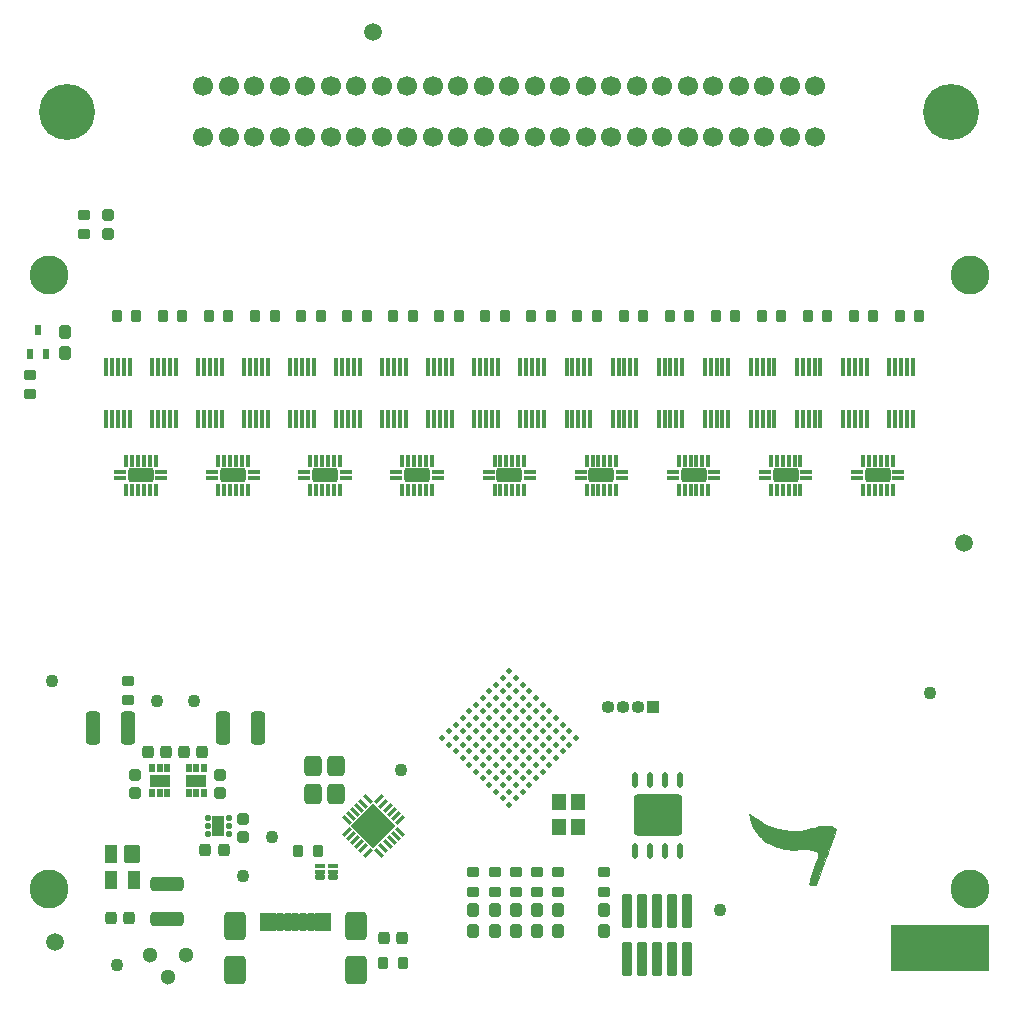
<source format=gts>
G04 #@! TF.GenerationSoftware,KiCad,Pcbnew,(6.0.6)*
G04 #@! TF.CreationDate,2022-06-27T22:23:26-04:00*
G04 #@! TF.ProjectId,squishy,73717569-7368-4792-9e6b-696361645f70,rev?*
G04 #@! TF.SameCoordinates,PX9634260PY768aae0*
G04 #@! TF.FileFunction,Soldermask,Top*
G04 #@! TF.FilePolarity,Negative*
%FSLAX46Y46*%
G04 Gerber Fmt 4.6, Leading zero omitted, Abs format (unit mm)*
G04 Created by KiCad (PCBNEW (6.0.6)) date 2022-06-27 22:23:26*
%MOMM*%
%LPD*%
G01*
G04 APERTURE LIST*
G04 Aperture macros list*
%AMRoundRect*
0 Rectangle with rounded corners*
0 $1 Rounding radius*
0 $2 $3 $4 $5 $6 $7 $8 $9 X,Y pos of 4 corners*
0 Add a 4 corners polygon primitive as box body*
4,1,4,$2,$3,$4,$5,$6,$7,$8,$9,$2,$3,0*
0 Add four circle primitives for the rounded corners*
1,1,$1+$1,$2,$3*
1,1,$1+$1,$4,$5*
1,1,$1+$1,$6,$7*
1,1,$1+$1,$8,$9*
0 Add four rect primitives between the rounded corners*
20,1,$1+$1,$2,$3,$4,$5,0*
20,1,$1+$1,$4,$5,$6,$7,0*
20,1,$1+$1,$6,$7,$8,$9,0*
20,1,$1+$1,$8,$9,$2,$3,0*%
G04 Aperture macros list end*
%ADD10C,0.100000*%
%ADD11C,0.010000*%
%ADD12RoundRect,0.300600X-0.449400X0.549400X-0.449400X-0.549400X0.449400X-0.549400X0.449400X0.549400X0*%
%ADD13RoundRect,0.150000X0.100000X-0.500000X0.100000X0.500000X-0.100000X0.500000X-0.100000X-0.500000X0*%
%ADD14RoundRect,0.301600X1.748400X-1.448400X1.748400X1.448400X-1.748400X1.448400X-1.748400X-1.448400X0*%
%ADD15C,1.700000*%
%ADD16C,4.750000*%
%ADD17RoundRect,0.268750X-0.256250X0.218750X-0.256250X-0.218750X0.256250X-0.218750X0.256250X0.218750X0*%
%ADD18RoundRect,0.250000X-0.275000X0.200000X-0.275000X-0.200000X0.275000X-0.200000X0.275000X0.200000X0*%
%ADD19RoundRect,0.101600X0.200000X-0.700000X0.200000X0.700000X-0.200000X0.700000X-0.200000X-0.700000X0*%
%ADD20RoundRect,0.101600X0.600000X-0.700000X0.600000X0.700000X-0.600000X0.700000X-0.600000X-0.700000X0*%
%ADD21RoundRect,0.300000X-0.600000X-0.900000X0.600000X-0.900000X0.600000X0.900000X-0.600000X0.900000X0*%
%ADD22RoundRect,0.250000X0.200000X0.275000X-0.200000X0.275000X-0.200000X-0.275000X0.200000X-0.275000X0*%
%ADD23RoundRect,0.268750X0.218750X0.256250X-0.218750X0.256250X-0.218750X-0.256250X0.218750X-0.256250X0*%
%ADD24RoundRect,0.143750X0.093750X0.106250X-0.093750X0.106250X-0.093750X-0.106250X0.093750X-0.106250X0*%
%ADD25RoundRect,0.050000X0.500000X0.800000X-0.500000X0.800000X-0.500000X-0.800000X0.500000X-0.800000X0*%
%ADD26RoundRect,0.112500X-0.203293X-0.291682X0.291682X0.203293X0.203293X0.291682X-0.291682X-0.203293X0*%
%ADD27RoundRect,0.112500X0.203293X-0.291682X0.291682X-0.203293X-0.203293X0.291682X-0.291682X0.203293X0*%
%ADD28RoundRect,0.050000X0.000000X-1.838478X1.838478X0.000000X0.000000X1.838478X-1.838478X0.000000X0*%
%ADD29RoundRect,0.275000X-0.250000X0.225000X-0.250000X-0.225000X0.250000X-0.225000X0.250000X0.225000X0*%
%ADD30RoundRect,0.275000X0.225000X0.250000X-0.225000X0.250000X-0.225000X-0.250000X0.225000X-0.250000X0*%
%ADD31RoundRect,0.050000X-0.175000X0.325000X-0.175000X-0.325000X0.175000X-0.325000X0.175000X0.325000X0*%
%ADD32RoundRect,0.050000X-0.800000X0.500000X-0.800000X-0.500000X0.800000X-0.500000X0.800000X0.500000X0*%
%ADD33RoundRect,0.275000X-0.225000X-0.250000X0.225000X-0.250000X0.225000X0.250000X-0.225000X0.250000X0*%
%ADD34C,0.500000*%
%ADD35RoundRect,0.250000X-0.200000X-0.275000X0.200000X-0.275000X0.200000X0.275000X-0.200000X0.275000X0*%
%ADD36RoundRect,0.050000X-0.370000X-1.395000X0.370000X-1.395000X0.370000X1.395000X-0.370000X1.395000X0*%
%ADD37RoundRect,0.050000X0.550000X-0.650000X0.550000X0.650000X-0.550000X0.650000X-0.550000X-0.650000X0*%
%ADD38RoundRect,0.287500X0.237500X-0.287500X0.237500X0.287500X-0.237500X0.287500X-0.237500X-0.287500X0*%
%ADD39C,1.100000*%
%ADD40C,1.500000*%
%ADD41RoundRect,0.125000X0.425000X-0.075000X0.425000X0.075000X-0.425000X0.075000X-0.425000X-0.075000X0*%
%ADD42RoundRect,0.125000X0.075000X0.425000X-0.075000X0.425000X-0.075000X-0.425000X0.075000X-0.425000X0*%
%ADD43RoundRect,0.125000X-0.425000X0.075000X-0.425000X-0.075000X0.425000X-0.075000X0.425000X0.075000X0*%
%ADD44RoundRect,0.125000X-0.075000X-0.425000X0.075000X-0.425000X0.075000X0.425000X-0.075000X0.425000X0*%
%ADD45RoundRect,0.250200X-0.849800X-0.349800X0.849800X-0.349800X0.849800X0.349800X-0.849800X0.349800X0*%
%ADD46RoundRect,0.300000X-1.100000X0.325000X-1.100000X-0.325000X1.100000X-0.325000X1.100000X0.325000X0*%
%ADD47RoundRect,0.299550X-1.100450X0.325450X-1.100450X-0.325450X1.100450X-0.325450X1.100450X0.325450X0*%
%ADD48RoundRect,0.125000X0.075000X-0.650000X0.075000X0.650000X-0.075000X0.650000X-0.075000X-0.650000X0*%
%ADD49RoundRect,0.299550X0.325450X1.100450X-0.325450X1.100450X-0.325450X-1.100450X0.325450X-1.100450X0*%
%ADD50RoundRect,0.300000X0.325000X1.100000X-0.325000X1.100000X-0.325000X-1.100000X0.325000X-1.100000X0*%
%ADD51RoundRect,0.250000X0.275000X-0.200000X0.275000X0.200000X-0.275000X0.200000X-0.275000X-0.200000X0*%
%ADD52RoundRect,0.112500X-0.337500X0.062500X-0.337500X-0.062500X0.337500X-0.062500X0.337500X0.062500X0*%
%ADD53RoundRect,0.137500X-0.312500X0.087500X-0.312500X-0.087500X0.312500X-0.087500X0.312500X0.087500X0*%
%ADD54RoundRect,0.287500X-0.237500X0.287500X-0.237500X-0.287500X0.237500X-0.287500X0.237500X0.287500X0*%
%ADD55RoundRect,0.050000X0.600000X0.700000X-0.600000X0.700000X-0.600000X-0.700000X0.600000X-0.700000X0*%
%ADD56RoundRect,0.050000X0.500000X0.700000X-0.500000X0.700000X-0.500000X-0.700000X0.500000X-0.700000X0*%
%ADD57C,3.300000*%
%ADD58RoundRect,0.050000X-0.225000X-0.350000X0.225000X-0.350000X0.225000X0.350000X-0.225000X0.350000X0*%
%ADD59C,1.300000*%
%ADD60RoundRect,0.299550X-0.325450X-1.100450X0.325450X-1.100450X0.325450X1.100450X-0.325450X1.100450X0*%
%ADD61RoundRect,0.300000X-0.325000X-1.100000X0.325000X-1.100000X0.325000X1.100000X-0.325000X1.100000X0*%
%ADD62RoundRect,0.050000X-0.500000X0.500000X-0.500000X-0.500000X0.500000X-0.500000X0.500000X0.500000X0*%
%ADD63O,1.100000X1.100000*%
G04 APERTURE END LIST*
D10*
G36*
X83000000Y1600000D02*
G01*
X74800000Y1600000D01*
X74800000Y5400000D01*
X83000000Y5400000D01*
X83000000Y1600000D01*
G37*
X83000000Y1600000D02*
X74800000Y1600000D01*
X74800000Y5400000D01*
X83000000Y5400000D01*
X83000000Y1600000D01*
G04 #@! TO.C,J1*
G36*
X22700000Y4950000D02*
G01*
X21400000Y4950000D01*
X21400000Y6450000D01*
X22700000Y6450000D01*
X22700000Y4950000D01*
G37*
G36*
X25950000Y4950000D02*
G01*
X25450000Y4950000D01*
X25450000Y6450000D01*
X25950000Y6450000D01*
X25950000Y4950000D01*
G37*
G36*
X27400000Y4950000D02*
G01*
X26100000Y4950000D01*
X26100000Y6450000D01*
X27400000Y6450000D01*
X27400000Y4950000D01*
G37*
G36*
X23350000Y4950000D02*
G01*
X22850000Y4950000D01*
X22850000Y6450000D01*
X23350000Y6450000D01*
X23350000Y4950000D01*
G37*
G36*
X25300000Y4950000D02*
G01*
X24800000Y4950000D01*
X24800000Y6450000D01*
X25300000Y6450000D01*
X25300000Y4950000D01*
G37*
G36*
X24000000Y4950000D02*
G01*
X23500000Y4950000D01*
X23500000Y6450000D01*
X24000000Y6450000D01*
X24000000Y4950000D01*
G37*
G36*
X24650000Y4950000D02*
G01*
X24150000Y4950000D01*
X24150000Y6450000D01*
X24650000Y6450000D01*
X24650000Y4950000D01*
G37*
G04 #@! TO.C,G2*
G36*
X62972477Y14740526D02*
G01*
X63269750Y14518330D01*
X63604748Y14292486D01*
X63944999Y14083868D01*
X64258029Y13913348D01*
X64263795Y13910467D01*
X64758118Y13689294D01*
X65235555Y13531728D01*
X65721214Y13431966D01*
X66240204Y13384203D01*
X66567222Y13378043D01*
X66911109Y13385337D01*
X67212919Y13407281D01*
X67499228Y13448171D01*
X67796610Y13512301D01*
X68131641Y13603965D01*
X68322130Y13661635D01*
X68569746Y13735654D01*
X68762749Y13785320D01*
X68926083Y13815250D01*
X69084692Y13830059D01*
X69255389Y13834334D01*
X69470417Y13830043D01*
X69634476Y13811439D01*
X69780790Y13773167D01*
X69889809Y13732066D01*
X70022437Y13669192D01*
X70118408Y13607672D01*
X70154962Y13564665D01*
X70143043Y13514282D01*
X70104587Y13391581D01*
X70042100Y13203776D01*
X69958087Y12958078D01*
X69855052Y12661701D01*
X69735502Y12321857D01*
X69601940Y11945759D01*
X69456873Y11540619D01*
X69324230Y11172834D01*
X68481766Y8844500D01*
X68254744Y8837916D01*
X68111586Y8837815D01*
X67995204Y8844793D01*
X67953639Y8851603D01*
X67890780Y8894351D01*
X67879555Y8925954D01*
X67892636Y8978108D01*
X67929699Y9100299D01*
X67987475Y9282403D01*
X68062696Y9514294D01*
X68152093Y9785850D01*
X68252397Y10086945D01*
X68303915Y10240348D01*
X68426419Y10600966D01*
X68524245Y10889498D01*
X68596615Y11115081D01*
X68642753Y11286852D01*
X68661883Y11413949D01*
X68653228Y11505508D01*
X68616012Y11570666D01*
X68549457Y11618560D01*
X68452788Y11658328D01*
X68325228Y11699106D01*
X68175889Y11746714D01*
X67984731Y11808548D01*
X67844304Y11845461D01*
X67725697Y11861266D01*
X67600000Y11859778D01*
X67438301Y11844813D01*
X67435055Y11844462D01*
X67264995Y11831102D01*
X67037389Y11820268D01*
X66779342Y11812916D01*
X66517960Y11810006D01*
X66461389Y11810061D01*
X66091318Y11819572D01*
X65778326Y11849017D01*
X65496036Y11904049D01*
X65218074Y11990322D01*
X64918064Y12113490D01*
X64806126Y12164882D01*
X64428194Y12362122D01*
X64104862Y12578980D01*
X63806085Y12836941D01*
X63659890Y12984493D01*
X63437285Y13251201D01*
X63236197Y13553616D01*
X63067010Y13871428D01*
X62940107Y14184330D01*
X62865871Y14472015D01*
X62854561Y14559500D01*
X62827899Y14855834D01*
X62972477Y14740526D01*
G37*
D11*
X62972477Y14740526D02*
X63269750Y14518330D01*
X63604748Y14292486D01*
X63944999Y14083868D01*
X64258029Y13913348D01*
X64263795Y13910467D01*
X64758118Y13689294D01*
X65235555Y13531728D01*
X65721214Y13431966D01*
X66240204Y13384203D01*
X66567222Y13378043D01*
X66911109Y13385337D01*
X67212919Y13407281D01*
X67499228Y13448171D01*
X67796610Y13512301D01*
X68131641Y13603965D01*
X68322130Y13661635D01*
X68569746Y13735654D01*
X68762749Y13785320D01*
X68926083Y13815250D01*
X69084692Y13830059D01*
X69255389Y13834334D01*
X69470417Y13830043D01*
X69634476Y13811439D01*
X69780790Y13773167D01*
X69889809Y13732066D01*
X70022437Y13669192D01*
X70118408Y13607672D01*
X70154962Y13564665D01*
X70143043Y13514282D01*
X70104587Y13391581D01*
X70042100Y13203776D01*
X69958087Y12958078D01*
X69855052Y12661701D01*
X69735502Y12321857D01*
X69601940Y11945759D01*
X69456873Y11540619D01*
X69324230Y11172834D01*
X68481766Y8844500D01*
X68254744Y8837916D01*
X68111586Y8837815D01*
X67995204Y8844793D01*
X67953639Y8851603D01*
X67890780Y8894351D01*
X67879555Y8925954D01*
X67892636Y8978108D01*
X67929699Y9100299D01*
X67987475Y9282403D01*
X68062696Y9514294D01*
X68152093Y9785850D01*
X68252397Y10086945D01*
X68303915Y10240348D01*
X68426419Y10600966D01*
X68524245Y10889498D01*
X68596615Y11115081D01*
X68642753Y11286852D01*
X68661883Y11413949D01*
X68653228Y11505508D01*
X68616012Y11570666D01*
X68549457Y11618560D01*
X68452788Y11658328D01*
X68325228Y11699106D01*
X68175889Y11746714D01*
X67984731Y11808548D01*
X67844304Y11845461D01*
X67725697Y11861266D01*
X67600000Y11859778D01*
X67438301Y11844813D01*
X67435055Y11844462D01*
X67264995Y11831102D01*
X67037389Y11820268D01*
X66779342Y11812916D01*
X66517960Y11810006D01*
X66461389Y11810061D01*
X66091318Y11819572D01*
X65778326Y11849017D01*
X65496036Y11904049D01*
X65218074Y11990322D01*
X64918064Y12113490D01*
X64806126Y12164882D01*
X64428194Y12362122D01*
X64104862Y12578980D01*
X63806085Y12836941D01*
X63659890Y12984493D01*
X63437285Y13251201D01*
X63236197Y13553616D01*
X63067010Y13871428D01*
X62940107Y14184330D01*
X62865871Y14472015D01*
X62854561Y14559500D01*
X62827899Y14855834D01*
X62972477Y14740526D01*
G04 #@! TD*
D12*
G04 #@! TO.C,X1*
X25900000Y18900000D03*
X25900000Y16500000D03*
X27800000Y16500000D03*
X27800000Y18900000D03*
G04 #@! TD*
D13*
G04 #@! TO.C,U26*
X53145000Y11700000D03*
X54415000Y11700000D03*
X55685000Y11700000D03*
X56955000Y11700000D03*
X56955000Y17700000D03*
X55685000Y17700000D03*
X54415000Y17700000D03*
X53145000Y17700000D03*
D14*
X55050000Y14700000D03*
G04 #@! TD*
D15*
G04 #@! TO.C,J2*
X68420000Y72155000D03*
X66260000Y72155000D03*
X64100000Y72155000D03*
X61940000Y72155000D03*
X59780000Y72155000D03*
X57620000Y72155000D03*
X55460000Y72155000D03*
X53300000Y72155000D03*
X51140000Y72155000D03*
X48980000Y72155000D03*
X46820000Y72155000D03*
X44660000Y72155000D03*
X42500000Y72155000D03*
X40340000Y72155000D03*
X38180000Y72155000D03*
X36020000Y72155000D03*
X33860000Y72155000D03*
X31700000Y72155000D03*
X29540000Y72155000D03*
X27380000Y72155000D03*
X25220000Y72155000D03*
X23060000Y72155000D03*
X20900000Y72155000D03*
X18740000Y72155000D03*
X16580000Y72155000D03*
X68420000Y76445000D03*
X66260000Y76445000D03*
X64100000Y76445000D03*
X61940000Y76445000D03*
X59780000Y76445000D03*
X57620000Y76445000D03*
X55460000Y76445000D03*
X53300000Y76445000D03*
X51140000Y76445000D03*
X48980000Y76445000D03*
X46820000Y76445000D03*
X44660000Y76445000D03*
X42500000Y76445000D03*
X40340000Y76445000D03*
X38180000Y76445000D03*
X36020000Y76445000D03*
X33860000Y76445000D03*
X31700000Y76445000D03*
X29540000Y76445000D03*
X27380000Y76445000D03*
X25220000Y76445000D03*
X23060000Y76445000D03*
X20900000Y76445000D03*
X18740000Y76445000D03*
X16580000Y76445000D03*
D16*
X5075000Y74300000D03*
X79925000Y74300000D03*
G04 #@! TD*
D17*
G04 #@! TO.C,C1*
X8500000Y65537500D03*
X8500000Y63962500D03*
G04 #@! TD*
D18*
G04 #@! TO.C,R2*
X6500000Y65575000D03*
X6500000Y63925000D03*
G04 #@! TD*
D19*
G04 #@! TO.C,J1*
X23100000Y5700000D03*
X23750000Y5700000D03*
X24400000Y5700000D03*
X25050000Y5700000D03*
X25700000Y5700000D03*
D20*
X22050000Y5700000D03*
X26750000Y5700000D03*
D21*
X19300000Y1600000D03*
X29500000Y1600000D03*
X19300000Y5300000D03*
X29500000Y5300000D03*
G04 #@! TD*
D22*
G04 #@! TO.C,R10*
X33475000Y2250000D03*
X31825000Y2250000D03*
G04 #@! TD*
D23*
G04 #@! TO.C,C11*
X33437500Y4350000D03*
X31862500Y4350000D03*
G04 #@! TD*
D24*
G04 #@! TO.C,U7*
X18737500Y13150000D03*
X18737500Y13800000D03*
X18737500Y14450000D03*
X16962500Y14450000D03*
X16962500Y13800000D03*
X16962500Y13150000D03*
D25*
X17850000Y13800000D03*
G04 #@! TD*
D26*
G04 #@! TO.C,U14*
X28742893Y13320621D03*
X29096447Y12967068D03*
X29450000Y12613514D03*
X29803553Y12259961D03*
X30157107Y11906408D03*
X30510660Y11552854D03*
D27*
X31482932Y11552854D03*
X31836485Y11906408D03*
X32190039Y12259961D03*
X32543592Y12613514D03*
X32897145Y12967068D03*
X33250699Y13320621D03*
D26*
X33250699Y14292893D03*
X32897145Y14646446D03*
X32543592Y15000000D03*
X32190039Y15353553D03*
X31836485Y15707106D03*
X31482932Y16060660D03*
D27*
X30510660Y16060660D03*
X30157107Y15707106D03*
X29803553Y15353553D03*
X29450000Y15000000D03*
X29096447Y14646446D03*
X28742893Y14292893D03*
D28*
X30996796Y13806757D03*
G04 #@! TD*
D29*
G04 #@! TO.C,C3*
X10850000Y18125000D03*
X10850000Y16575000D03*
G04 #@! TD*
D30*
G04 #@! TO.C,C7*
X18325000Y11800000D03*
X16775000Y11800000D03*
G04 #@! TD*
D31*
G04 #@! TO.C,U5*
X16650000Y18700000D03*
X16000000Y18700000D03*
X15350000Y18700000D03*
X15350000Y16600000D03*
X16000000Y16600000D03*
X16650000Y16600000D03*
D32*
X16000000Y17650000D03*
G04 #@! TD*
D33*
G04 #@! TO.C,C4*
X11875000Y20100000D03*
X13425000Y20100000D03*
G04 #@! TD*
D34*
G04 #@! TO.C,U19*
X36843146Y21250000D03*
X37408831Y21815685D03*
X37974517Y22381371D03*
X38540202Y22947056D03*
X39105887Y23512742D03*
X39671573Y24078427D03*
X40237258Y24644113D03*
X40802944Y25209798D03*
X41368629Y25775483D03*
X41934315Y26341169D03*
X42500000Y26906854D03*
X37408831Y20684315D03*
X37974517Y21250000D03*
X38540202Y21815685D03*
X39105887Y22381371D03*
X39671573Y22947056D03*
X40237258Y23512742D03*
X40802944Y24078427D03*
X41368629Y24644113D03*
X41934315Y25209798D03*
X42500000Y25775483D03*
X43065685Y26341169D03*
X37974517Y20118629D03*
X38540202Y20684315D03*
X39105887Y21250000D03*
X39671573Y21815685D03*
X40237258Y22381371D03*
X40802944Y22947056D03*
X41368629Y23512742D03*
X41934315Y24078427D03*
X42500000Y24644113D03*
X43065685Y25209798D03*
X43631371Y25775483D03*
X38540202Y19552944D03*
X39105887Y20118629D03*
X39671573Y20684315D03*
X40237258Y21250000D03*
X40802944Y21815685D03*
X41368629Y22381371D03*
X41934315Y22947056D03*
X42500000Y23512742D03*
X43065685Y24078427D03*
X43631371Y24644113D03*
X44197056Y25209798D03*
X39105887Y18987258D03*
X39671573Y19552944D03*
X40237258Y20118629D03*
X40802944Y20684315D03*
X41368629Y21250000D03*
X41934315Y21815685D03*
X42500000Y22381371D03*
X43065685Y22947056D03*
X43631371Y23512742D03*
X44197056Y24078427D03*
X44762742Y24644113D03*
X39671573Y18421573D03*
X40237258Y18987258D03*
X40802944Y19552944D03*
X41368629Y20118629D03*
X41934315Y20684315D03*
X42500000Y21250000D03*
X43065685Y21815685D03*
X43631371Y22381371D03*
X44197056Y22947056D03*
X44762742Y23512742D03*
X45328427Y24078427D03*
X40237258Y17855887D03*
X40802944Y18421573D03*
X41368629Y18987258D03*
X41934315Y19552944D03*
X42500000Y20118629D03*
X43065685Y20684315D03*
X43631371Y21250000D03*
X44197056Y21815685D03*
X44762742Y22381371D03*
X45328427Y22947056D03*
X45894113Y23512742D03*
X40802944Y17290202D03*
X41368629Y17855887D03*
X41934315Y18421573D03*
X42500000Y18987258D03*
X43065685Y19552944D03*
X43631371Y20118629D03*
X44197056Y20684315D03*
X44762742Y21250000D03*
X45328427Y21815685D03*
X45894113Y22381371D03*
X46459798Y22947056D03*
X41368629Y16724517D03*
X41934315Y17290202D03*
X42500000Y17855887D03*
X43065685Y18421573D03*
X43631371Y18987258D03*
X44197056Y19552944D03*
X44762742Y20118629D03*
X45328427Y20684315D03*
X45894113Y21250000D03*
X46459798Y21815685D03*
X47025483Y22381371D03*
X41934315Y16158831D03*
X42500000Y16724517D03*
X43065685Y17290202D03*
X43631371Y17855887D03*
X44197056Y18421573D03*
X44762742Y18987258D03*
X45328427Y19552944D03*
X45894113Y20118629D03*
X46459798Y20684315D03*
X47025483Y21250000D03*
X47591169Y21815685D03*
X42500000Y15593146D03*
X43065685Y16158831D03*
X43631371Y16724517D03*
X44197056Y17290202D03*
X44762742Y17855887D03*
X45328427Y18421573D03*
X45894113Y18987258D03*
X46459798Y19552944D03*
X47025483Y20118629D03*
X47591169Y20684315D03*
X48156854Y21250000D03*
G04 #@! TD*
D29*
G04 #@! TO.C,C10*
X19950000Y14425000D03*
X19950000Y12875000D03*
G04 #@! TD*
D31*
G04 #@! TO.C,U3*
X13550000Y18700000D03*
X12900000Y18700000D03*
X12250000Y18700000D03*
X12250000Y16600000D03*
X12900000Y16600000D03*
X13550000Y16600000D03*
D32*
X12900000Y17650000D03*
G04 #@! TD*
D35*
G04 #@! TO.C,R6*
X20975000Y57000000D03*
X22625000Y57000000D03*
G04 #@! TD*
D29*
G04 #@! TO.C,C8*
X18050000Y18125000D03*
X18050000Y16575000D03*
G04 #@! TD*
D33*
G04 #@! TO.C,C6*
X14975000Y20100000D03*
X16525000Y20100000D03*
G04 #@! TD*
D22*
G04 #@! TO.C,R7*
X26275000Y11700000D03*
X24625000Y11700000D03*
G04 #@! TD*
D36*
G04 #@! TO.C,J4*
X52460000Y2565000D03*
X52460000Y6635000D03*
X53730000Y2565000D03*
X53730000Y6635000D03*
X55000000Y2565000D03*
X55000000Y6635000D03*
X56270000Y2565000D03*
X56270000Y6635000D03*
X57540000Y2565000D03*
X57540000Y6635000D03*
G04 #@! TD*
D37*
G04 #@! TO.C,X2*
X48325000Y13750000D03*
X48325000Y15850000D03*
X46675000Y15850000D03*
X46675000Y13750000D03*
G04 #@! TD*
D38*
G04 #@! TO.C,D5*
X46650000Y4925000D03*
X46650000Y6675000D03*
G04 #@! TD*
D18*
G04 #@! TO.C,R13*
X39450000Y9875000D03*
X39450000Y8225000D03*
G04 #@! TD*
G04 #@! TO.C,R14*
X41250000Y9875000D03*
X41250000Y8225000D03*
G04 #@! TD*
G04 #@! TO.C,R16*
X43050000Y9875000D03*
X43050000Y8225000D03*
G04 #@! TD*
G04 #@! TO.C,R17*
X44850000Y9875000D03*
X44850000Y8225000D03*
G04 #@! TD*
G04 #@! TO.C,R19*
X46650000Y9875000D03*
X46650000Y8225000D03*
G04 #@! TD*
D38*
G04 #@! TO.C,D2*
X41250000Y4925000D03*
X41250000Y6675000D03*
G04 #@! TD*
G04 #@! TO.C,D3*
X43050000Y4925000D03*
X43050000Y6675000D03*
G04 #@! TD*
G04 #@! TO.C,D1*
X39450000Y4925000D03*
X39450000Y6675000D03*
G04 #@! TD*
G04 #@! TO.C,D4*
X44850000Y4925000D03*
X44850000Y6675000D03*
G04 #@! TD*
G04 #@! TO.C,D6*
X50500000Y4925000D03*
X50500000Y6675000D03*
G04 #@! TD*
D18*
G04 #@! TO.C,R20*
X50500000Y9875000D03*
X50500000Y8225000D03*
G04 #@! TD*
D39*
G04 #@! TO.C,TP3*
X15800000Y24400000D03*
G04 #@! TD*
G04 #@! TO.C,TP4*
X19950000Y9550000D03*
G04 #@! TD*
G04 #@! TO.C,TP1*
X12700000Y24400000D03*
G04 #@! TD*
G04 #@! TO.C,TP5*
X22450000Y12850000D03*
G04 #@! TD*
D40*
G04 #@! TO.C,FID2*
X30950000Y81000000D03*
G04 #@! TD*
G04 #@! TO.C,FID3*
X81000000Y37750000D03*
G04 #@! TD*
G04 #@! TO.C,FID1*
X4000000Y4000000D03*
G04 #@! TD*
D41*
G04 #@! TO.C,U30*
X64150000Y43250000D03*
D42*
X64650000Y42250000D03*
X65150000Y42250000D03*
X65650000Y42250000D03*
X66150000Y42250000D03*
X66650000Y42250000D03*
X67150000Y42250000D03*
D43*
X67650000Y43250000D03*
X67650000Y43750000D03*
D44*
X67150000Y44750000D03*
X66650000Y44750000D03*
X66150000Y44750000D03*
X65650000Y44750000D03*
X65150000Y44750000D03*
X64650000Y44750000D03*
D41*
X64150000Y43750000D03*
D45*
X65900000Y43500000D03*
G04 #@! TD*
D35*
G04 #@! TO.C,R4*
X13175000Y57000000D03*
X14825000Y57000000D03*
G04 #@! TD*
G04 #@! TO.C,R5*
X17075000Y57000000D03*
X18725000Y57000000D03*
G04 #@! TD*
D46*
G04 #@! TO.C,C5*
X13550000Y8925000D03*
D47*
X13550000Y5975000D03*
G04 #@! TD*
D48*
G04 #@! TO.C,U24*
X51250000Y48300000D03*
X51750000Y48300000D03*
X52250000Y48300000D03*
X52750000Y48300000D03*
X53250000Y48300000D03*
X53250000Y52700000D03*
X52750000Y52700000D03*
X52250000Y52700000D03*
X51750000Y52700000D03*
X51250000Y52700000D03*
G04 #@! TD*
D35*
G04 #@! TO.C,R24*
X59975000Y57000000D03*
X61625000Y57000000D03*
G04 #@! TD*
D39*
G04 #@! TO.C,TP7*
X60362500Y6665000D03*
G04 #@! TD*
D49*
G04 #@! TO.C,C9*
X21225000Y22100000D03*
D50*
X18275000Y22100000D03*
G04 #@! TD*
D51*
G04 #@! TO.C,R88*
X10250000Y24450000D03*
X10250000Y26100000D03*
G04 #@! TD*
D48*
G04 #@! TO.C,U21*
X43450000Y48300000D03*
X43950000Y48300000D03*
X44450000Y48300000D03*
X44950000Y48300000D03*
X45450000Y48300000D03*
X45450000Y52700000D03*
X44950000Y52700000D03*
X44450000Y52700000D03*
X43950000Y52700000D03*
X43450000Y52700000D03*
G04 #@! TD*
D52*
G04 #@! TO.C,U12*
X26500000Y10450000D03*
X26500000Y9950000D03*
D53*
X26500000Y9450000D03*
X27600000Y9450000D03*
D52*
X27600000Y9950000D03*
X27600000Y10450000D03*
G04 #@! TD*
D41*
G04 #@! TO.C,U8*
X17350000Y43250000D03*
D42*
X17850000Y42250000D03*
X18350000Y42250000D03*
X18850000Y42250000D03*
X19350000Y42250000D03*
X19850000Y42250000D03*
X20350000Y42250000D03*
D43*
X20850000Y43250000D03*
X20850000Y43750000D03*
D44*
X20350000Y44750000D03*
X19850000Y44750000D03*
X19350000Y44750000D03*
X18850000Y44750000D03*
X18350000Y44750000D03*
X17850000Y44750000D03*
D41*
X17350000Y43750000D03*
D45*
X19100000Y43500000D03*
G04 #@! TD*
D35*
G04 #@! TO.C,R3*
X9275000Y57000000D03*
X10925000Y57000000D03*
G04 #@! TD*
D39*
G04 #@! TO.C,TP2*
X9300000Y2000000D03*
G04 #@! TD*
D48*
G04 #@! TO.C,U15*
X31750000Y48300000D03*
X32250000Y48300000D03*
X32750000Y48300000D03*
X33250000Y48300000D03*
X33750000Y48300000D03*
X33750000Y52700000D03*
X33250000Y52700000D03*
X32750000Y52700000D03*
X32250000Y52700000D03*
X31750000Y52700000D03*
G04 #@! TD*
G04 #@! TO.C,U4*
X12250000Y48300000D03*
X12750000Y48300000D03*
X13250000Y48300000D03*
X13750000Y48300000D03*
X14250000Y48300000D03*
X14250000Y52700000D03*
X13750000Y52700000D03*
X13250000Y52700000D03*
X12750000Y52700000D03*
X12250000Y52700000D03*
G04 #@! TD*
D39*
G04 #@! TO.C,TP17*
X78100000Y25100000D03*
G04 #@! TD*
G04 #@! TO.C,TP6*
X33300000Y18550000D03*
G04 #@! TD*
D41*
G04 #@! TO.C,U11*
X25150000Y43250000D03*
D42*
X25650000Y42250000D03*
X26150000Y42250000D03*
X26650000Y42250000D03*
X27150000Y42250000D03*
X27650000Y42250000D03*
X28150000Y42250000D03*
D43*
X28650000Y43250000D03*
X28650000Y43750000D03*
D44*
X28150000Y44750000D03*
X27650000Y44750000D03*
X27150000Y44750000D03*
X26650000Y44750000D03*
X26150000Y44750000D03*
X25650000Y44750000D03*
D41*
X25150000Y43750000D03*
D45*
X26900000Y43500000D03*
G04 #@! TD*
D48*
G04 #@! TO.C,U31*
X66850000Y48300000D03*
X67350000Y48300000D03*
X67850000Y48300000D03*
X68350000Y48300000D03*
X68850000Y48300000D03*
X68850000Y52700000D03*
X68350000Y52700000D03*
X67850000Y52700000D03*
X67350000Y52700000D03*
X66850000Y52700000D03*
G04 #@! TD*
D54*
G04 #@! TO.C,D7*
X4900000Y55625000D03*
X4900000Y53875000D03*
G04 #@! TD*
D48*
G04 #@! TO.C,U22*
X47350000Y48300000D03*
X47850000Y48300000D03*
X48350000Y48300000D03*
X48850000Y48300000D03*
X49350000Y48300000D03*
X49350000Y52700000D03*
X48850000Y52700000D03*
X48350000Y52700000D03*
X47850000Y52700000D03*
X47350000Y52700000D03*
G04 #@! TD*
D55*
G04 #@! TO.C,U35*
X10520000Y11400000D03*
D56*
X8800000Y11400000D03*
X8800000Y9200000D03*
X10700000Y9200000D03*
G04 #@! TD*
D41*
G04 #@! TO.C,U27*
X56350000Y43250000D03*
D42*
X56850000Y42250000D03*
X57350000Y42250000D03*
X57850000Y42250000D03*
X58350000Y42250000D03*
X58850000Y42250000D03*
X59350000Y42250000D03*
D43*
X59850000Y43250000D03*
X59850000Y43750000D03*
D44*
X59350000Y44750000D03*
X58850000Y44750000D03*
X58350000Y44750000D03*
X57850000Y44750000D03*
X57350000Y44750000D03*
X56850000Y44750000D03*
D41*
X56350000Y43750000D03*
D45*
X58100000Y43500000D03*
G04 #@! TD*
D41*
G04 #@! TO.C,U33*
X71950000Y43250000D03*
D42*
X72450000Y42250000D03*
X72950000Y42250000D03*
X73450000Y42250000D03*
X73950000Y42250000D03*
X74450000Y42250000D03*
X74950000Y42250000D03*
D43*
X75450000Y43250000D03*
X75450000Y43750000D03*
D44*
X74950000Y44750000D03*
X74450000Y44750000D03*
X73950000Y44750000D03*
X73450000Y44750000D03*
X72950000Y44750000D03*
X72450000Y44750000D03*
D41*
X71950000Y43750000D03*
D45*
X73700000Y43500000D03*
G04 #@! TD*
D35*
G04 #@! TO.C,R27*
X71675000Y57000000D03*
X73325000Y57000000D03*
G04 #@! TD*
G04 #@! TO.C,R9*
X28775000Y57000000D03*
X30425000Y57000000D03*
G04 #@! TD*
G04 #@! TO.C,R22*
X52175000Y57000000D03*
X53825000Y57000000D03*
G04 #@! TD*
D57*
G04 #@! TO.C,H4*
X3500000Y60500000D03*
G04 #@! TD*
D35*
G04 #@! TO.C,R8*
X24875000Y57000000D03*
X26525000Y57000000D03*
G04 #@! TD*
G04 #@! TO.C,R21*
X48275000Y57000000D03*
X49925000Y57000000D03*
G04 #@! TD*
G04 #@! TO.C,R28*
X75575000Y57000000D03*
X77225000Y57000000D03*
G04 #@! TD*
D48*
G04 #@! TO.C,U18*
X39550000Y48300000D03*
X40050000Y48300000D03*
X40550000Y48300000D03*
X41050000Y48300000D03*
X41550000Y48300000D03*
X41550000Y52700000D03*
X41050000Y52700000D03*
X40550000Y52700000D03*
X40050000Y52700000D03*
X39550000Y52700000D03*
G04 #@! TD*
G04 #@! TO.C,U25*
X55150000Y48300000D03*
X55650000Y48300000D03*
X56150000Y48300000D03*
X56650000Y48300000D03*
X57150000Y48300000D03*
X57150000Y52700000D03*
X56650000Y52700000D03*
X56150000Y52700000D03*
X55650000Y52700000D03*
X55150000Y52700000D03*
G04 #@! TD*
D57*
G04 #@! TO.C,H2*
X81500000Y60500000D03*
G04 #@! TD*
D35*
G04 #@! TO.C,R26*
X67775000Y57000000D03*
X69425000Y57000000D03*
G04 #@! TD*
D18*
G04 #@! TO.C,R1*
X1950000Y52025000D03*
X1950000Y50375000D03*
G04 #@! TD*
D41*
G04 #@! TO.C,U2*
X9550000Y43250000D03*
D42*
X10050000Y42250000D03*
X10550000Y42250000D03*
X11050000Y42250000D03*
X11550000Y42250000D03*
X12050000Y42250000D03*
X12550000Y42250000D03*
D43*
X13050000Y43250000D03*
X13050000Y43750000D03*
D44*
X12550000Y44750000D03*
X12050000Y44750000D03*
X11550000Y44750000D03*
X11050000Y44750000D03*
X10550000Y44750000D03*
X10050000Y44750000D03*
D41*
X9550000Y43750000D03*
D45*
X11300000Y43500000D03*
G04 #@! TD*
D41*
G04 #@! TO.C,U16*
X32950000Y43250000D03*
D42*
X33450000Y42250000D03*
X33950000Y42250000D03*
X34450000Y42250000D03*
X34950000Y42250000D03*
X35450000Y42250000D03*
X35950000Y42250000D03*
D43*
X36450000Y43250000D03*
X36450000Y43750000D03*
D44*
X35950000Y44750000D03*
X35450000Y44750000D03*
X34950000Y44750000D03*
X34450000Y44750000D03*
X33950000Y44750000D03*
X33450000Y44750000D03*
D41*
X32950000Y43750000D03*
D45*
X34700000Y43500000D03*
G04 #@! TD*
D41*
G04 #@! TO.C,U20*
X40750000Y43250000D03*
D42*
X41250000Y42250000D03*
X41750000Y42250000D03*
X42250000Y42250000D03*
X42750000Y42250000D03*
X43250000Y42250000D03*
X43750000Y42250000D03*
D43*
X44250000Y43250000D03*
X44250000Y43750000D03*
D44*
X43750000Y44750000D03*
X43250000Y44750000D03*
X42750000Y44750000D03*
X42250000Y44750000D03*
X41750000Y44750000D03*
X41250000Y44750000D03*
D41*
X40750000Y43750000D03*
D45*
X42500000Y43500000D03*
G04 #@! TD*
D35*
G04 #@! TO.C,R23*
X56075000Y57000000D03*
X57725000Y57000000D03*
G04 #@! TD*
G04 #@! TO.C,R11*
X32675000Y57000000D03*
X34325000Y57000000D03*
G04 #@! TD*
D48*
G04 #@! TO.C,U13*
X27850000Y48300000D03*
X28350000Y48300000D03*
X28850000Y48300000D03*
X29350000Y48300000D03*
X29850000Y48300000D03*
X29850000Y52700000D03*
X29350000Y52700000D03*
X28850000Y52700000D03*
X28350000Y52700000D03*
X27850000Y52700000D03*
G04 #@! TD*
D58*
G04 #@! TO.C,Q1*
X1950000Y53800000D03*
X3250000Y53800000D03*
X2600000Y55800000D03*
G04 #@! TD*
D48*
G04 #@! TO.C,U10*
X23950000Y48300000D03*
X24450000Y48300000D03*
X24950000Y48300000D03*
X25450000Y48300000D03*
X25950000Y48300000D03*
X25950000Y52700000D03*
X25450000Y52700000D03*
X24950000Y52700000D03*
X24450000Y52700000D03*
X23950000Y52700000D03*
G04 #@! TD*
D59*
G04 #@! TO.C,SW1*
X15100000Y2850000D03*
X12100000Y2850000D03*
X13600000Y1000000D03*
G04 #@! TD*
D48*
G04 #@! TO.C,U17*
X35650000Y48300000D03*
X36150000Y48300000D03*
X36650000Y48300000D03*
X37150000Y48300000D03*
X37650000Y48300000D03*
X37650000Y52700000D03*
X37150000Y52700000D03*
X36650000Y52700000D03*
X36150000Y52700000D03*
X35650000Y52700000D03*
G04 #@! TD*
D57*
G04 #@! TO.C,H1*
X3500000Y8500000D03*
G04 #@! TD*
D48*
G04 #@! TO.C,U34*
X74650000Y48300000D03*
X75150000Y48300000D03*
X75650000Y48300000D03*
X76150000Y48300000D03*
X76650000Y48300000D03*
X76650000Y52700000D03*
X76150000Y52700000D03*
X75650000Y52700000D03*
X75150000Y52700000D03*
X74650000Y52700000D03*
G04 #@! TD*
D35*
G04 #@! TO.C,R18*
X44375000Y57000000D03*
X46025000Y57000000D03*
G04 #@! TD*
D48*
G04 #@! TO.C,U1*
X8350000Y48300000D03*
X8850000Y48300000D03*
X9350000Y48300000D03*
X9850000Y48300000D03*
X10350000Y48300000D03*
X10350000Y52700000D03*
X9850000Y52700000D03*
X9350000Y52700000D03*
X8850000Y52700000D03*
X8350000Y52700000D03*
G04 #@! TD*
D35*
G04 #@! TO.C,R25*
X63875000Y57000000D03*
X65525000Y57000000D03*
G04 #@! TD*
D48*
G04 #@! TO.C,U9*
X20050000Y48300000D03*
X20550000Y48300000D03*
X21050000Y48300000D03*
X21550000Y48300000D03*
X22050000Y48300000D03*
X22050000Y52700000D03*
X21550000Y52700000D03*
X21050000Y52700000D03*
X20550000Y52700000D03*
X20050000Y52700000D03*
G04 #@! TD*
G04 #@! TO.C,U28*
X59050000Y48300000D03*
X59550000Y48300000D03*
X60050000Y48300000D03*
X60550000Y48300000D03*
X61050000Y48300000D03*
X61050000Y52700000D03*
X60550000Y52700000D03*
X60050000Y52700000D03*
X59550000Y52700000D03*
X59050000Y52700000D03*
G04 #@! TD*
D39*
G04 #@! TO.C,TP14*
X3800000Y26100000D03*
G04 #@! TD*
D48*
G04 #@! TO.C,U29*
X62950000Y48300000D03*
X63450000Y48300000D03*
X63950000Y48300000D03*
X64450000Y48300000D03*
X64950000Y48300000D03*
X64950000Y52700000D03*
X64450000Y52700000D03*
X63950000Y52700000D03*
X63450000Y52700000D03*
X62950000Y52700000D03*
G04 #@! TD*
D57*
G04 #@! TO.C,H3*
X81500000Y8500000D03*
G04 #@! TD*
D60*
G04 #@! TO.C,C2*
X7275000Y22100000D03*
D61*
X10225000Y22100000D03*
G04 #@! TD*
D62*
G04 #@! TO.C,J3*
X54650000Y23850000D03*
D63*
X53380000Y23850000D03*
X52110000Y23850000D03*
X50840000Y23850000D03*
G04 #@! TD*
D35*
G04 #@! TO.C,R12*
X36575000Y57000000D03*
X38225000Y57000000D03*
G04 #@! TD*
D48*
G04 #@! TO.C,U6*
X16150000Y48300000D03*
X16650000Y48300000D03*
X17150000Y48300000D03*
X17650000Y48300000D03*
X18150000Y48300000D03*
X18150000Y52700000D03*
X17650000Y52700000D03*
X17150000Y52700000D03*
X16650000Y52700000D03*
X16150000Y52700000D03*
G04 #@! TD*
D35*
G04 #@! TO.C,R15*
X40475000Y57000000D03*
X42125000Y57000000D03*
G04 #@! TD*
D48*
G04 #@! TO.C,U32*
X70750000Y48300000D03*
X71250000Y48300000D03*
X71750000Y48300000D03*
X72250000Y48300000D03*
X72750000Y48300000D03*
X72750000Y52700000D03*
X72250000Y52700000D03*
X71750000Y52700000D03*
X71250000Y52700000D03*
X70750000Y52700000D03*
G04 #@! TD*
D33*
G04 #@! TO.C,C70*
X8775000Y6050000D03*
X10325000Y6050000D03*
G04 #@! TD*
D41*
G04 #@! TO.C,U23*
X48550000Y43250000D03*
D42*
X49050000Y42250000D03*
X49550000Y42250000D03*
X50050000Y42250000D03*
X50550000Y42250000D03*
X51050000Y42250000D03*
X51550000Y42250000D03*
D43*
X52050000Y43250000D03*
X52050000Y43750000D03*
D44*
X51550000Y44750000D03*
X51050000Y44750000D03*
X50550000Y44750000D03*
X50050000Y44750000D03*
X49550000Y44750000D03*
X49050000Y44750000D03*
D41*
X48550000Y43750000D03*
D45*
X50300000Y43500000D03*
G04 #@! TD*
M02*

</source>
